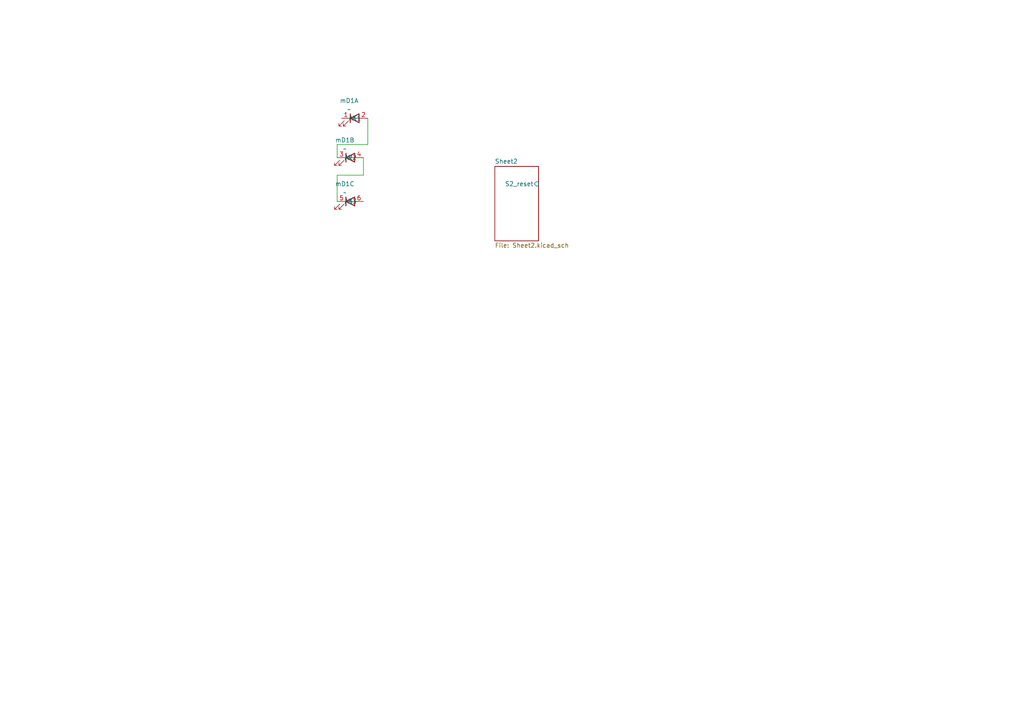
<source format=kicad_sch>
(kicad_sch
	(version 20231120)
	(generator "eeschema")
	(generator_version "8.0")
	(uuid "89238232-8741-47ca-bc88-71bea6acd126")
	(paper "A4")
	(lib_symbols
		(symbol "multi-LEDx16:LEDx16"
			(exclude_from_sim no)
			(in_bom yes)
			(on_board yes)
			(property "Reference" "mD"
				(at -0.254 2.286 0)
				(effects
					(font
						(size 1.27 1.27)
					)
				)
			)
			(property "Value" ""
				(at 0 0 0)
				(effects
					(font
						(size 1.27 1.27)
					)
				)
			)
			(property "Footprint" ""
				(at 0 0 0)
				(effects
					(font
						(size 1.27 1.27)
					)
					(hide yes)
				)
			)
			(property "Datasheet" ""
				(at 0 0 0)
				(effects
					(font
						(size 1.27 1.27)
					)
					(hide yes)
				)
			)
			(property "Description" ""
				(at 0 0 0)
				(effects
					(font
						(size 1.27 1.27)
					)
					(hide yes)
				)
			)
			(symbol "LEDx16_0_1"
				(polyline
					(pts
						(xy -1.27 -1.27) (xy -1.27 1.27)
					)
					(stroke
						(width 0.254)
						(type default)
					)
					(fill
						(type none)
					)
				)
				(polyline
					(pts
						(xy -1.27 0) (xy 1.27 0)
					)
					(stroke
						(width 0)
						(type default)
					)
					(fill
						(type none)
					)
				)
				(polyline
					(pts
						(xy 1.27 -1.27) (xy 1.27 1.27) (xy -1.27 0) (xy 1.27 -1.27)
					)
					(stroke
						(width 0.254)
						(type default)
					)
					(fill
						(type none)
					)
				)
				(polyline
					(pts
						(xy -3.048 -0.762) (xy -4.572 -2.286) (xy -3.81 -2.286) (xy -4.572 -2.286) (xy -4.572 -1.524)
					)
					(stroke
						(width 0)
						(type default)
					)
					(fill
						(type none)
					)
				)
				(polyline
					(pts
						(xy -1.778 -0.762) (xy -3.302 -2.286) (xy -2.54 -2.286) (xy -3.302 -2.286) (xy -3.302 -1.524)
					)
					(stroke
						(width 0)
						(type default)
					)
					(fill
						(type none)
					)
				)
			)
			(symbol "LEDx16_1_1"
				(pin passive line
					(at -3.81 0 0)
					(length 2.54)
					(name "K1"
						(effects
							(font
								(size 1.27 1.27)
							)
						)
					)
					(number "1"
						(effects
							(font
								(size 1.27 1.27)
							)
						)
					)
				)
				(pin passive line
					(at 3.81 0 180)
					(length 2.54)
					(name "A1"
						(effects
							(font
								(size 1.27 1.27)
							)
						)
					)
					(number "2"
						(effects
							(font
								(size 1.27 1.27)
							)
						)
					)
				)
			)
			(symbol "LEDx16_2_1"
				(pin passive line
					(at -3.81 0 0)
					(length 2.54)
					(name "K2"
						(effects
							(font
								(size 1.27 1.27)
							)
						)
					)
					(number "3"
						(effects
							(font
								(size 1.27 1.27)
							)
						)
					)
				)
				(pin passive line
					(at 3.81 0 180)
					(length 2.54)
					(name "A2"
						(effects
							(font
								(size 1.27 1.27)
							)
						)
					)
					(number "4"
						(effects
							(font
								(size 1.27 1.27)
							)
						)
					)
				)
			)
			(symbol "LEDx16_3_1"
				(pin passive line
					(at -3.81 0 0)
					(length 2.54)
					(name "K3"
						(effects
							(font
								(size 1.27 1.27)
							)
						)
					)
					(number "5"
						(effects
							(font
								(size 1.27 1.27)
							)
						)
					)
				)
				(pin passive line
					(at 3.81 0 180)
					(length 2.54)
					(name "A3"
						(effects
							(font
								(size 1.27 1.27)
							)
						)
					)
					(number "6"
						(effects
							(font
								(size 1.27 1.27)
							)
						)
					)
				)
			)
			(symbol "LEDx16_4_1"
				(pin passive line
					(at -3.81 0 0)
					(length 2.54)
					(name "K4"
						(effects
							(font
								(size 1.27 1.27)
							)
						)
					)
					(number "7"
						(effects
							(font
								(size 1.27 1.27)
							)
						)
					)
				)
				(pin passive line
					(at 3.81 0 180)
					(length 2.54)
					(name "A4"
						(effects
							(font
								(size 1.27 1.27)
							)
						)
					)
					(number "8"
						(effects
							(font
								(size 1.27 1.27)
							)
						)
					)
				)
			)
			(symbol "LEDx16_5_1"
				(pin passive line
					(at 3.81 0 180)
					(length 2.54)
					(name "A5"
						(effects
							(font
								(size 1.27 1.27)
							)
						)
					)
					(number "10"
						(effects
							(font
								(size 1.27 1.27)
							)
						)
					)
				)
				(pin passive line
					(at -3.81 0 0)
					(length 2.54)
					(name "K5"
						(effects
							(font
								(size 1.27 1.27)
							)
						)
					)
					(number "9"
						(effects
							(font
								(size 1.27 1.27)
							)
						)
					)
				)
			)
			(symbol "LEDx16_6_1"
				(pin passive line
					(at -3.81 0 0)
					(length 2.54)
					(name "K6"
						(effects
							(font
								(size 1.27 1.27)
							)
						)
					)
					(number "11"
						(effects
							(font
								(size 1.27 1.27)
							)
						)
					)
				)
				(pin passive line
					(at 3.81 0 180)
					(length 2.54)
					(name "A6"
						(effects
							(font
								(size 1.27 1.27)
							)
						)
					)
					(number "12"
						(effects
							(font
								(size 1.27 1.27)
							)
						)
					)
				)
			)
			(symbol "LEDx16_7_1"
				(pin passive line
					(at -3.81 0 0)
					(length 2.54)
					(name "K7"
						(effects
							(font
								(size 1.27 1.27)
							)
						)
					)
					(number "13"
						(effects
							(font
								(size 1.27 1.27)
							)
						)
					)
				)
				(pin passive line
					(at 3.81 0 180)
					(length 2.54)
					(name "A7"
						(effects
							(font
								(size 1.27 1.27)
							)
						)
					)
					(number "14"
						(effects
							(font
								(size 1.27 1.27)
							)
						)
					)
				)
			)
			(symbol "LEDx16_8_1"
				(pin passive line
					(at -3.81 0 0)
					(length 2.54)
					(name "K8"
						(effects
							(font
								(size 1.27 1.27)
							)
						)
					)
					(number "15"
						(effects
							(font
								(size 1.27 1.27)
							)
						)
					)
				)
				(pin passive line
					(at 3.81 0 180)
					(length 2.54)
					(name "A8"
						(effects
							(font
								(size 1.27 1.27)
							)
						)
					)
					(number "16"
						(effects
							(font
								(size 1.27 1.27)
							)
						)
					)
				)
			)
			(symbol "LEDx16_9_1"
				(pin passive line
					(at -3.81 0 0)
					(length 2.54)
					(name "K9"
						(effects
							(font
								(size 1.27 1.27)
							)
						)
					)
					(number "17"
						(effects
							(font
								(size 1.27 1.27)
							)
						)
					)
				)
				(pin passive line
					(at 3.81 0 180)
					(length 2.54)
					(name "A9"
						(effects
							(font
								(size 1.27 1.27)
							)
						)
					)
					(number "18"
						(effects
							(font
								(size 1.27 1.27)
							)
						)
					)
				)
			)
			(symbol "LEDx16_10_1"
				(pin passive line
					(at -3.81 0 0)
					(length 2.54)
					(name "K10"
						(effects
							(font
								(size 1.27 1.27)
							)
						)
					)
					(number "19"
						(effects
							(font
								(size 1.27 1.27)
							)
						)
					)
				)
				(pin passive line
					(at 3.81 0 180)
					(length 2.54)
					(name "A10"
						(effects
							(font
								(size 1.27 1.27)
							)
						)
					)
					(number "20"
						(effects
							(font
								(size 1.27 1.27)
							)
						)
					)
				)
			)
			(symbol "LEDx16_11_1"
				(pin passive line
					(at -3.81 0 0)
					(length 2.54)
					(name "K11"
						(effects
							(font
								(size 1.27 1.27)
							)
						)
					)
					(number "21"
						(effects
							(font
								(size 1.27 1.27)
							)
						)
					)
				)
				(pin passive line
					(at 3.81 0 180)
					(length 2.54)
					(name "A11"
						(effects
							(font
								(size 1.27 1.27)
							)
						)
					)
					(number "22"
						(effects
							(font
								(size 1.27 1.27)
							)
						)
					)
				)
			)
			(symbol "LEDx16_12_1"
				(pin passive line
					(at -3.81 0 0)
					(length 2.54)
					(name "K12"
						(effects
							(font
								(size 1.27 1.27)
							)
						)
					)
					(number "23"
						(effects
							(font
								(size 1.27 1.27)
							)
						)
					)
				)
				(pin passive line
					(at 3.81 0 180)
					(length 2.54)
					(name "A12"
						(effects
							(font
								(size 1.27 1.27)
							)
						)
					)
					(number "24"
						(effects
							(font
								(size 1.27 1.27)
							)
						)
					)
				)
			)
			(symbol "LEDx16_13_1"
				(pin passive line
					(at -3.81 0 0)
					(length 2.54)
					(name "K13"
						(effects
							(font
								(size 1.27 1.27)
							)
						)
					)
					(number "25"
						(effects
							(font
								(size 1.27 1.27)
							)
						)
					)
				)
				(pin passive line
					(at 3.81 0 180)
					(length 2.54)
					(name "A13"
						(effects
							(font
								(size 1.27 1.27)
							)
						)
					)
					(number "26"
						(effects
							(font
								(size 1.27 1.27)
							)
						)
					)
				)
			)
			(symbol "LEDx16_14_1"
				(pin passive line
					(at -3.81 0 0)
					(length 2.54)
					(name "K14"
						(effects
							(font
								(size 1.27 1.27)
							)
						)
					)
					(number "27"
						(effects
							(font
								(size 1.27 1.27)
							)
						)
					)
				)
				(pin passive line
					(at 3.81 0 180)
					(length 2.54)
					(name "A14"
						(effects
							(font
								(size 1.27 1.27)
							)
						)
					)
					(number "28"
						(effects
							(font
								(size 1.27 1.27)
							)
						)
					)
				)
			)
			(symbol "LEDx16_15_1"
				(pin passive line
					(at -3.81 0 0)
					(length 2.54)
					(name "K15"
						(effects
							(font
								(size 1.27 1.27)
							)
						)
					)
					(number "29"
						(effects
							(font
								(size 1.27 1.27)
							)
						)
					)
				)
				(pin passive line
					(at 3.81 0 180)
					(length 2.54)
					(name "A15"
						(effects
							(font
								(size 1.27 1.27)
							)
						)
					)
					(number "30"
						(effects
							(font
								(size 1.27 1.27)
							)
						)
					)
				)
			)
			(symbol "LEDx16_16_1"
				(pin passive line
					(at -3.81 0 0)
					(length 2.54)
					(name "K16"
						(effects
							(font
								(size 1.27 1.27)
							)
						)
					)
					(number "31"
						(effects
							(font
								(size 1.27 1.27)
							)
						)
					)
				)
				(pin passive line
					(at 3.81 0 180)
					(length 2.54)
					(name "A16"
						(effects
							(font
								(size 1.27 1.27)
							)
						)
					)
					(number "32"
						(effects
							(font
								(size 1.27 1.27)
							)
						)
					)
				)
			)
		)
	)
	(wire
		(pts
			(xy 106.68 41.91) (xy 97.79 41.91)
		)
		(stroke
			(width 0)
			(type default)
		)
		(uuid "01572182-4b1d-47f9-b9a2-70edb0a4349a")
	)
	(wire
		(pts
			(xy 105.41 50.8) (xy 97.79 50.8)
		)
		(stroke
			(width 0)
			(type default)
		)
		(uuid "31629638-3399-43e7-9a48-69eac3801246")
	)
	(wire
		(pts
			(xy 97.79 50.8) (xy 97.79 58.42)
		)
		(stroke
			(width 0)
			(type default)
		)
		(uuid "59fc854b-fb9a-471a-a84b-e45c34f726e8")
	)
	(wire
		(pts
			(xy 97.79 41.91) (xy 97.79 45.72)
		)
		(stroke
			(width 0)
			(type default)
		)
		(uuid "6487fae2-a291-471e-b9b8-db6c6615127e")
	)
	(wire
		(pts
			(xy 105.41 45.72) (xy 105.41 50.8)
		)
		(stroke
			(width 0)
			(type default)
		)
		(uuid "c41000dc-52f8-431c-96c8-91162cc55b9a")
	)
	(wire
		(pts
			(xy 106.68 34.29) (xy 106.68 41.91)
		)
		(stroke
			(width 0)
			(type default)
		)
		(uuid "f42b98cf-eda1-4d33-a349-d3e1bdf44ead")
	)
	(symbol
		(lib_id "multi-LEDx16:LEDx16")
		(at 101.6 45.72 0)
		(unit 2)
		(exclude_from_sim no)
		(in_bom yes)
		(on_board yes)
		(dnp no)
		(fields_autoplaced yes)
		(uuid "080e1b27-6a72-4fb4-bb7b-5ae3a7d0df85")
		(property "Reference" "mD1"
			(at 100.0125 40.64 0)
			(effects
				(font
					(size 1.27 1.27)
				)
			)
		)
		(property "Value" "~"
			(at 100.0125 43.18 0)
			(effects
				(font
					(size 1.27 1.27)
				)
			)
		)
		(property "Footprint" "mWW_Lib:LED_D3.0mm_16x_bank"
			(at 101.6 45.72 0)
			(effects
				(font
					(size 1.27 1.27)
				)
				(hide yes)
			)
		)
		(property "Datasheet" ""
			(at 101.6 45.72 0)
			(effects
				(font
					(size 1.27 1.27)
				)
				(hide yes)
			)
		)
		(property "Description" ""
			(at 101.6 45.72 0)
			(effects
				(font
					(size 1.27 1.27)
				)
				(hide yes)
			)
		)
		(pin "1"
			(uuid "9fe823e4-d0a5-4bdc-ae45-0ac5fe72b30f")
		)
		(pin "6"
			(uuid "b9950893-de6a-4439-af0f-765d41fe4d70")
		)
		(pin "4"
			(uuid "995e0fde-8bf4-4d6b-b3ef-041b720ebe37")
		)
		(pin "3"
			(uuid "b7e91d67-f273-4400-8ee7-0e4d5ab0f8ae")
		)
		(pin "2"
			(uuid "71adeca5-1a61-42fb-a05b-ac32d7fc0244")
		)
		(pin "5"
			(uuid "146701cd-3e02-4c99-b414-1a63be623476")
		)
		(pin "23"
			(uuid "d9baaee2-ec28-4219-95ba-e47ad9ab572d")
		)
		(pin "12"
			(uuid "1bf59ed9-62f8-4b0c-a879-65efa4622425")
		)
		(pin "28"
			(uuid "4799c20a-f0fe-40db-af8d-d9b21a0f47f5")
		)
		(pin "29"
			(uuid "03029500-4575-461f-ae11-c913db14f8d0")
		)
		(pin "17"
			(uuid "ee0923bc-a465-4fd9-b614-f834025f90f4")
		)
		(pin "30"
			(uuid "3974b013-f814-476b-bea7-a5840ab46be7")
		)
		(pin "22"
			(uuid "3648b09b-fa2e-4dcb-aa44-d22c544375c5")
		)
		(pin "26"
			(uuid "7dbb76eb-2182-49fc-bd76-541a87acfa36")
		)
		(pin "31"
			(uuid "ced7b171-ec58-4655-8c4e-49cca0461e39")
		)
		(pin "14"
			(uuid "2436b3cd-a3b9-472a-9946-e1fb292eafc4")
		)
		(pin "11"
			(uuid "c27f9550-ec0c-4f4d-896e-8157678b5b29")
		)
		(pin "32"
			(uuid "30e95480-a745-4e9c-acc8-94b3a08640fa")
		)
		(pin "8"
			(uuid "ceaedd34-e360-4f46-8f10-c51bc7fb93d9")
		)
		(pin "10"
			(uuid "e87aa139-9085-447b-b5a5-d8ea2eeb3e72")
		)
		(pin "9"
			(uuid "5cd55a49-c792-446c-8942-a7e0560e06f8")
		)
		(pin "13"
			(uuid "4d8e8684-5bb1-4a04-8f2e-ceff6781a2dd")
		)
		(pin "21"
			(uuid "6864f02d-0068-4e85-a115-968740746bf5")
		)
		(pin "24"
			(uuid "dbd7dc31-ca2e-4ba1-a093-49a30be113f8")
		)
		(pin "16"
			(uuid "1f587e50-0b54-4c94-adeb-62bd8e449626")
		)
		(pin "25"
			(uuid "69636379-1d62-4aae-86e3-fa584157f185")
		)
		(pin "27"
			(uuid "f39e9f19-027d-4804-8354-28a107a8c7c3")
		)
		(pin "20"
			(uuid "4e28bbe5-57b3-4e26-a5da-b3cc09cb3f46")
		)
		(pin "7"
			(uuid "787eed7e-770c-4bb6-84c2-498ce20ae308")
		)
		(pin "18"
			(uuid "e62651d5-4aaa-4b4c-9c48-2ba8f254ffcc")
		)
		(pin "15"
			(uuid "411d34e1-bc01-41d1-80b1-4549434a250b")
		)
		(pin "19"
			(uuid "e625e7a4-59da-483e-a078-699fd3f94752")
		)
		(instances
			(project ""
				(path "/89238232-8741-47ca-bc88-71bea6acd126"
					(reference "mD1")
					(unit 2)
				)
			)
		)
	)
	(symbol
		(lib_id "multi-LEDx16:LEDx16")
		(at 102.87 34.29 0)
		(unit 1)
		(exclude_from_sim no)
		(in_bom yes)
		(on_board yes)
		(dnp no)
		(fields_autoplaced yes)
		(uuid "2128b5ac-48ab-477e-a4e9-c5de1b5d1413")
		(property "Reference" "mD1"
			(at 101.2825 29.21 0)
			(effects
				(font
					(size 1.27 1.27)
				)
			)
		)
		(property "Value" "~"
			(at 101.2825 31.75 0)
			(effects
				(font
					(size 1.27 1.27)
				)
			)
		)
		(property "Footprint" "mWW_Lib:LED_D3.0mm_16x_bank"
			(at 102.87 34.29 0)
			(effects
				(font
					(size 1.27 1.27)
				)
				(hide yes)
			)
		)
		(property "Datasheet" ""
			(at 102.87 34.29 0)
			(effects
				(font
					(size 1.27 1.27)
				)
				(hide yes)
			)
		)
		(property "Description" ""
			(at 102.87 34.29 0)
			(effects
				(font
					(size 1.27 1.27)
				)
				(hide yes)
			)
		)
		(pin "1"
			(uuid "9fe823e4-d0a5-4bdc-ae45-0ac5fe72b310")
		)
		(pin "6"
			(uuid "b9950893-de6a-4439-af0f-765d41fe4d71")
		)
		(pin "4"
			(uuid "995e0fde-8bf4-4d6b-b3ef-041b720ebe38")
		)
		(pin "3"
			(uuid "b7e91d67-f273-4400-8ee7-0e4d5ab0f8af")
		)
		(pin "2"
			(uuid "71adeca5-1a61-42fb-a05b-ac32d7fc0245")
		)
		(pin "5"
			(uuid "146701cd-3e02-4c99-b414-1a63be623477")
		)
		(pin "30"
			(uuid "f6281278-3f41-46b7-9615-1c888d1ce2c1")
		)
		(pin "22"
			(uuid "40f373c2-beeb-4e76-9ff5-32a7327f7464")
		)
		(pin "18"
			(uuid "6d4c231e-d767-4e8b-8b40-f1fbcb0c511b")
		)
		(pin "12"
			(uuid "b54289a0-752c-4f74-bc01-a7ed268ad8e8")
		)
		(pin "8"
			(uuid "29b9ec94-5b4a-4a49-a603-be9db1ffa5e3")
		)
		(pin "9"
			(uuid "2a693bfe-9db1-40b9-8c69-e26dda3ecaba")
		)
		(pin "15"
			(uuid "acc4e054-0450-4792-a6fe-6e684055607a")
		)
		(pin "17"
			(uuid "c305016d-d7e7-4d5e-b1d1-7ee8bd5fd546")
		)
		(pin "7"
			(uuid "894a70d8-f628-490e-b2f5-70ee93aff72a")
		)
		(pin "19"
			(uuid "744622af-8097-4915-9416-9271598144b3")
		)
		(pin "20"
			(uuid "48ad0ca9-9a05-4659-9496-4dff31019792")
		)
		(pin "14"
			(uuid "0e21254f-7099-42aa-ad95-5d58be02bd46")
		)
		(pin "16"
			(uuid "3a83a025-0786-48f2-aa04-ce15fe17b0b5")
		)
		(pin "10"
			(uuid "acc75699-29a3-41e2-bd47-c2f02dcb9332")
		)
		(pin "11"
			(uuid "3d6a5e21-73dd-4724-be68-f3443d6abaf3")
		)
		(pin "21"
			(uuid "6238fa7a-56f0-4437-920f-de523753e38c")
		)
		(pin "24"
			(uuid "c3045db2-8010-4f27-bf17-d3453b128959")
		)
		(pin "25"
			(uuid "dcb346d7-cbd7-43bf-84bb-fc22c34d5bc4")
		)
		(pin "26"
			(uuid "e80afc22-2628-4269-a4ca-4f418832f31b")
		)
		(pin "29"
			(uuid "566b7451-10b9-4532-beb1-68245d944858")
		)
		(pin "31"
			(uuid "49069333-3edd-4a7b-a844-5ddd57dabed3")
		)
		(pin "32"
			(uuid "439c0510-bf74-4f9a-9a5b-8fe90ca7a3bf")
		)
		(pin "27"
			(uuid "1f47401a-fb5b-4188-94c5-17755470e992")
		)
		(pin "13"
			(uuid "5eb9d19c-f5c0-4d84-868d-0c63c8b8c3ba")
		)
		(pin "23"
			(uuid "0238ac0f-d1fe-4d3e-85fe-eaf88ecacc9c")
		)
		(pin "28"
			(uuid "58757bd6-82b0-4265-a329-694af1ecd777")
		)
		(instances
			(project ""
				(path "/89238232-8741-47ca-bc88-71bea6acd126"
					(reference "mD1")
					(unit 1)
				)
			)
		)
	)
	(symbol
		(lib_id "multi-LEDx16:LEDx16")
		(at 101.6 58.42 0)
		(unit 3)
		(exclude_from_sim no)
		(in_bom yes)
		(on_board yes)
		(dnp no)
		(fields_autoplaced yes)
		(uuid "551af387-4779-4f90-953f-f6abcb1edc4d")
		(property "Reference" "mD1"
			(at 100.0125 53.34 0)
			(effects
				(font
					(size 1.27 1.27)
				)
			)
		)
		(property "Value" "~"
			(at 100.0125 55.88 0)
			(effects
				(font
					(size 1.27 1.27)
				)
			)
		)
		(property "Footprint" "mWW_Lib:LED_D3.0mm_16x_bank"
			(at 101.6 58.42 0)
			(effects
				(font
					(size 1.27 1.27)
				)
				(hide yes)
			)
		)
		(property "Datasheet" ""
			(at 101.6 58.42 0)
			(effects
				(font
					(size 1.27 1.27)
				)
				(hide yes)
			)
		)
		(property "Description" ""
			(at 101.6 58.42 0)
			(effects
				(font
					(size 1.27 1.27)
				)
				(hide yes)
			)
		)
		(pin "1"
			(uuid "9fe823e4-d0a5-4bdc-ae45-0ac5fe72b311")
		)
		(pin "6"
			(uuid "b9950893-de6a-4439-af0f-765d41fe4d72")
		)
		(pin "4"
			(uuid "995e0fde-8bf4-4d6b-b3ef-041b720ebe39")
		)
		(pin "3"
			(uuid "b7e91d67-f273-4400-8ee7-0e4d5ab0f8b0")
		)
		(pin "2"
			(uuid "71adeca5-1a61-42fb-a05b-ac32d7fc0246")
		)
		(pin "5"
			(uuid "146701cd-3e02-4c99-b414-1a63be623478")
		)
		(pin "11"
			(uuid "92bad73a-6af5-4ea8-9c67-b55fd20faa10")
		)
		(pin "17"
			(uuid "d1a4aad5-1b3e-4c45-b74b-3f7542d6cfae")
		)
		(pin "30"
			(uuid "57bab23f-5b5d-4782-a075-83765ac3a34f")
		)
		(pin "24"
			(uuid "a3d32d11-cc60-475b-9b3d-6b3b000ddac6")
		)
		(pin "14"
			(uuid "9e8cd3ca-0027-4366-a935-14231d0104a8")
		)
		(pin "32"
			(uuid "cd8ed09d-e018-478b-8a46-1854563c49be")
		)
		(pin "7"
			(uuid "5a0c9a74-363c-4764-bee4-0a5b85b598f7")
		)
		(pin "29"
			(uuid "472d6c24-0faf-4b32-8838-237daeb5c5e7")
		)
		(pin "9"
			(uuid "b4116035-e4b4-41b3-8b87-568bda634e17")
		)
		(pin "18"
			(uuid "d1bfea75-dbbd-4c88-8099-71c36af44d5d")
		)
		(pin "25"
			(uuid "793731a9-6eb7-4f04-8173-65069271845b")
		)
		(pin "28"
			(uuid "67f5e3e3-8e03-4aef-aff7-6ed344817363")
		)
		(pin "20"
			(uuid "7217726b-56d1-4c51-a8e5-d3efdbe780b7")
		)
		(pin "10"
			(uuid "15119d32-8a5d-4833-b4a1-2d6a4fb82eac")
		)
		(pin "26"
			(uuid "e63cdbed-ae06-42f3-a13a-ebad332f825a")
		)
		(pin "8"
			(uuid "826c0f92-d3c0-49d2-ab3f-e74bc3aa16e3")
		)
		(pin "15"
			(uuid "e5f870a3-4459-4c18-a214-aae754ea89db")
		)
		(pin "16"
			(uuid "76f4b543-ac50-401b-b466-4bb29e3fbc30")
		)
		(pin "13"
			(uuid "3a7bc19b-2777-446b-a342-0d084a2c6b97")
		)
		(pin "12"
			(uuid "0aeb2ec3-f985-41f6-957d-b9a26bb697b1")
		)
		(pin "21"
			(uuid "d895f3d4-440a-4b15-a005-8203e756d4ef")
		)
		(pin "19"
			(uuid "3f1c1241-db8e-4740-a60d-dbd8226bebc7")
		)
		(pin "23"
			(uuid "c35f7940-b2be-4324-a613-a34cb63d8e24")
		)
		(pin "22"
			(uuid "08a33bdd-b965-4c0c-adc5-2acf3c6f9a46")
		)
		(pin "27"
			(uuid "29bd51e5-66db-476e-a2db-44ce4c2dc39c")
		)
		(pin "31"
			(uuid "37da8c52-2ee6-4730-93d0-9844e1c5f09c")
		)
		(instances
			(project ""
				(path "/89238232-8741-47ca-bc88-71bea6acd126"
					(reference "mD1")
					(unit 3)
				)
			)
		)
	)
	(sheet
		(at 143.51 48.26)
		(size 12.7 21.59)
		(fields_autoplaced yes)
		(stroke
			(width 0.1524)
			(type solid)
		)
		(fill
			(color 0 0 0 0.0000)
		)
		(uuid "2bf3bce0-8809-4021-8c56-c3b4ca3bb1af")
		(property "Sheetname" "Sheet2"
			(at 143.51 47.5484 0)
			(effects
				(font
					(size 1.27 1.27)
				)
				(justify left bottom)
			)
		)
		(property "Sheetfile" "Sheet2.kicad_sch"
			(at 143.51 70.4346 0)
			(effects
				(font
					(size 1.27 1.27)
				)
				(justify left top)
			)
		)
		(pin "S2_reset" input
			(at 156.21 53.34 0)
			(effects
				(font
					(size 1.27 1.27)
				)
				(justify right)
			)
			(uuid "164eb03a-0886-4c72-b1c0-334a2dce2e7d")
		)
		(instances
			(project "multi-LED-test"
				(path "/89238232-8741-47ca-bc88-71bea6acd126"
					(page "2")
				)
			)
		)
	)
	(sheet_instances
		(path "/"
			(page "1")
		)
	)
)

</source>
